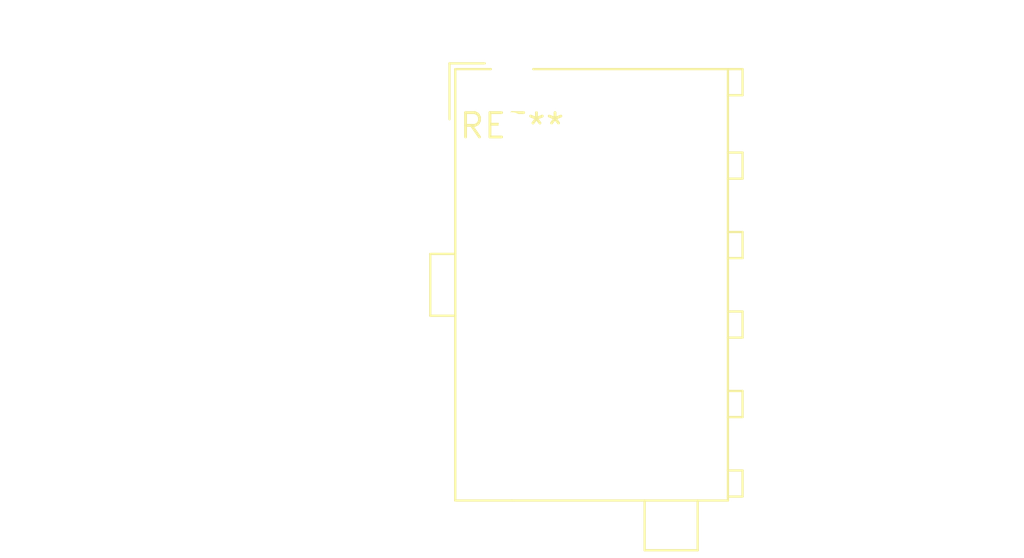
<source format=kicad_pcb>
(kicad_pcb (version 20240108) (generator pcbnew)
  (layers (0 "F.Cu" signal) (31 "B.Cu" signal) (34 "B.Paste" user) (35 "F.Paste" user) (36 "B.SilkS" user "B.Silkscreen") (37 "F.SilkS" user "F.Silkscreen") (38 "B.Mask" user) (39 "F.Mask" user) (44 "Edge.Cuts" user))
  (net 0 "")
  (footprint "TE_MATE-N-LOK_1-770190-x_3x05_P4.14mm_Vertical" (layer "F.Cu") (at 0 0)
    (property "Reference" "REF**")
    (property "Value" "TE_MATE-N-LOK_1-770190-x_3x05_P4.14mm_Vertical")
    (fp_line (start -4.255 6.67) (end -4.255 9.89) (layer "F.SilkS") (stroke (width 0.12)))
    (fp_line (start -4.255 9.89) (end -2.955 9.89) (layer "F.SilkS") (stroke (width 0.12)))
    (fp_line (start -3.255 -3.255) (end -3.255 -0.345) (layer "F.SilkS") (stroke (width 0.12)))
    (fp_line (start -2.955 -2.955) (end -2.955 19.515) (layer "F.SilkS") (stroke (width 0.12)))
    (fp_line (start -2.955 6.67) (end -4.255 6.67) (layer "F.SilkS") (stroke (width 0.12)))
    (fp_line (start -2.955 19.515) (end 0 19.515) (layer "F.SilkS") (stroke (width 0.12)))
    (fp_line (start -1.42066 -3.255) (end -3.255 -3.255) (layer "F.SilkS") (stroke (width 0.12)))
    (fp_line (start -1.103302 -2.955) (end -2.955 -2.955) (layer "F.SilkS") (stroke (width 0.12)))
    (fp_line (start 1.103302 -2.955) (end 11.235 -2.955) (layer "F.SilkS") (stroke (width 0.12)))
    (fp_line (start 6.9 19.515) (end 6.9 22.106) (layer "F.SilkS") (stroke (width 0.12)))
    (fp_line (start 6.9 22.106) (end 9.66 22.106) (layer "F.SilkS") (stroke (width 0.12)))
    (fp_line (start 9.66 22.106) (end 9.66 19.515) (layer "F.SilkS") (stroke (width 0.12)))
    (fp_line (start 11.235 -2.955) (end 11.235 19.515) (layer "F.SilkS") (stroke (width 0.12)))
    (fp_line (start 11.235 -2.955) (end 11.995 -2.955) (layer "F.SilkS") (stroke (width 0.12)))
    (fp_line (start 11.235 1.39) (end 11.995 1.39) (layer "F.SilkS") (stroke (width 0.12)))
    (fp_line (start 11.235 5.53) (end 11.995 5.53) (layer "F.SilkS") (stroke (width 0.12)))
    (fp_line (start 11.235 9.67) (end 11.995 9.67) (layer "F.SilkS") (stroke (width 0.12)))
    (fp_line (start 11.235 13.81) (end 11.995 13.81) (layer "F.SilkS") (stroke (width 0.12)))
    (fp_line (start 11.235 17.95) (end 11.995 17.95) (layer "F.SilkS") (stroke (width 0.12)))
    (fp_line (start 11.235 19.515) (end 0 19.515) (layer "F.SilkS") (stroke (width 0.12)))
    (fp_line (start 11.995 -2.955) (end 11.995 -1.595) (layer "F.SilkS") (stroke (width 0.12)))
    (fp_line (start 11.995 -1.595) (end 11.235 -1.595) (layer "F.SilkS") (stroke (width 0.12)))
    (fp_line (start 11.995 1.39) (end 11.995 2.75) (layer "F.SilkS") (stroke (width 0.12)))
    (fp_line (start 11.995 2.75) (end 11.235 2.75) (layer "F.SilkS") (stroke (width 0.12)))
    (fp_line (start 11.995 5.53) (end 11.995 6.89) (layer "F.SilkS") (stroke (width 0.12)))
    (fp_line (start 11.995 6.89) (end 11.235 6.89) (layer "F.SilkS") (stroke (width 0.12)))
    (fp_line (start 11.995 9.67) (end 11.995 11.03) (layer "F.SilkS") (stroke (width 0.12)))
    (fp_line (start 11.995 11.03) (end 11.235 11.03) (layer "F.SilkS") (stroke (width 0.12)))
    (fp_line (start 11.995 13.81) (end 11.995 15.17) (layer "F.SilkS") (stroke (width 0.12)))
    (fp_line (start 11.995 15.17) (end 11.235 15.17) (layer "F.SilkS") (stroke (width 0.12)))
    (fp_line (start 11.995 17.95) (end 11.995 19.31) (layer "F.SilkS") (stroke (width 0.12)))
    (fp_line (start 11.995 19.31) (end 11.235 19.31) (layer "F.SilkS") (stroke (width 0.12)))
    (pad "" np_thru_hole circle (at 0 -4.44) (size 3.18 3.18) (drill 3.18) (layers *.Cu *.Mask))
    (pad "1" thru_hole roundrect (at 0 0) (size 2.64 2.64) (drill 1.4) (layers *.Cu *.Mask) (remove_unused_layers) (roundrect_rratio 0.094697))
    (pad "2" thru_hole circle (at 0 4.14) (size 2.64 2.64) (drill 1.4) (layers *.Cu *.Mask) (remove_unused_layers))
    (pad "3" thru_hole circle (at 0 8.28) (size 2.64 2.64) (drill 1.4) (layers *.Cu *.Mask) (remove_unused_layers))
    (pad "4" thru_hole circle (at 0 12.42) (size 2.64 2.64) (drill 1.4) (layers *.Cu *.Mask) (remove_unused_layers))
    (pad "5" thru_hole circle (at 0 16.56) (size 2.64 2.64) (drill 1.4) (layers *.Cu *.Mask) (remove_unused_layers))
    (pad "6" thru_hole circle (at 4.14 0) (size 2.64 2.64) (drill 1.4) (layers *.Cu *.Mask) (remove_unused_layers))
    (pad "7" thru_hole circle (at 4.14 4.14) (size 2.64 2.64) (drill 1.4) (layers *.Cu *.Mask) (remove_unused_layers))
    (pad "8" thru_hole circle (at 4.14 8.28) (size 2.64 2.64) (drill 1.4) (layers *.Cu *.Mask) (remove_unused_layers))
    (pad "9" thru_hole circle (at 4.14 12.42) (size 2.64 2.64) (drill 1.4) (layers *.Cu *.Mask) (remove_unused_layers))
    (pad "10" thru_hole circle (at 4.14 16.56) (size 2.64 2.64) (drill 1.4) (layers *.Cu *.Mask) (remove_unused_layers))
    (pad "11" thru_hole circle (at 8.28 0) (size 2.64 2.64) (drill 1.4) (layers *.Cu *.Mask) (remove_unused_layers))
    (pad "12" thru_hole circle (at 8.28 4.14) (size 2.64 2.64) (drill 1.4) (layers *.Cu *.Mask) (remove_unused_layers))
    (pad "13" thru_hole circle (at 8.28 8.28) (size 2.64 2.64) (drill 1.4) (layers *.Cu *.Mask) (remove_unused_layers))
    (pad "14" thru_hole circle (at 8.28 12.42) (size 2.64 2.64) (drill 1.4) (layers *.Cu *.Mask) (remove_unused_layers))
    (pad "15" thru_hole circle (at 8.28 16.56) (size 2.64 2.64) (drill 1.4) (layers *.Cu *.Mask) (remove_unused_layers))
  )
)
</source>
